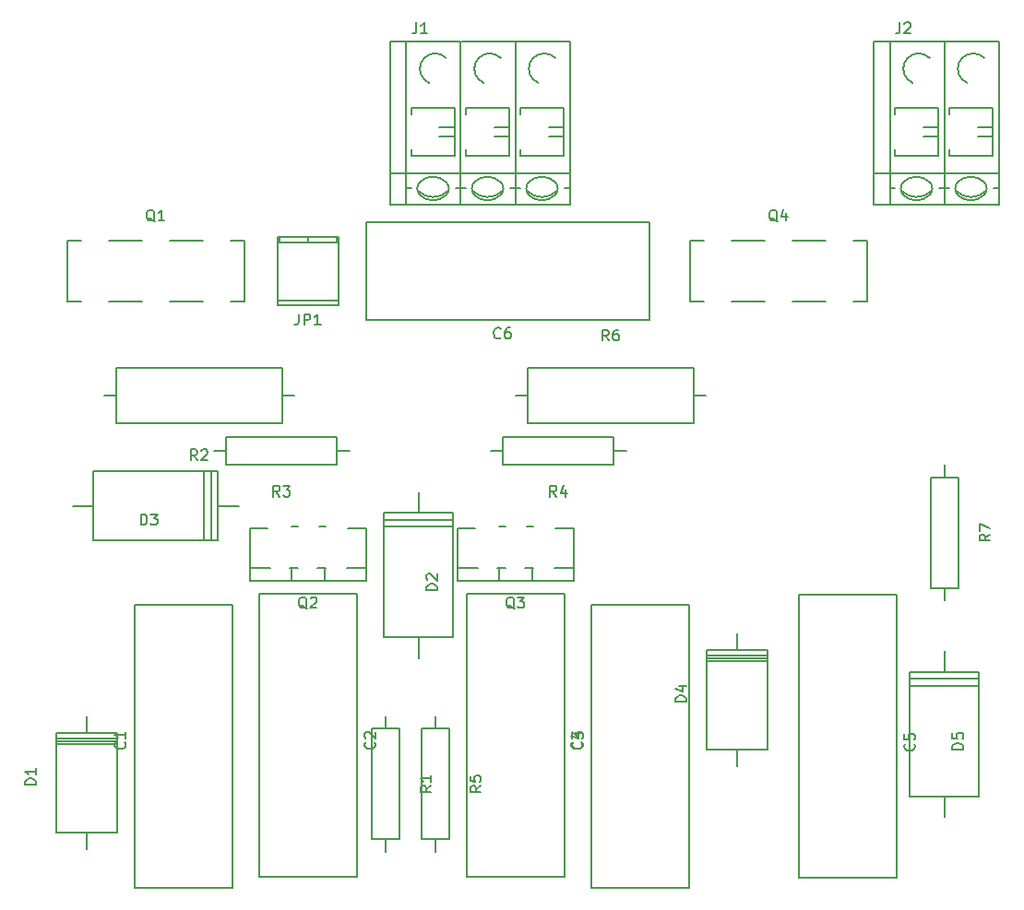
<source format=gbr>
G04 #@! TF.FileFunction,Legend,Top*
%FSLAX46Y46*%
G04 Gerber Fmt 4.6, Leading zero omitted, Abs format (unit mm)*
G04 Created by KiCad (PCBNEW 4.0.5+dfsg1-4) date Sun Apr 16 11:46:51 2017*
%MOMM*%
%LPD*%
G01*
G04 APERTURE LIST*
%ADD10C,0.100000*%
%ADD11C,0.150000*%
G04 APERTURE END LIST*
D10*
D11*
X151820000Y-93110000D02*
X151820000Y-119110000D01*
X151820000Y-119110000D02*
X142820000Y-119110000D01*
X142820000Y-119110000D02*
X142820000Y-93110000D01*
X142820000Y-93110000D02*
X151820000Y-93110000D01*
X173300000Y-120110000D02*
X173300000Y-94110000D01*
X173300000Y-94110000D02*
X182300000Y-94110000D01*
X182300000Y-94110000D02*
X182300000Y-120110000D01*
X182300000Y-120110000D02*
X173300000Y-120110000D01*
X131390000Y-120110000D02*
X131390000Y-94110000D01*
X131390000Y-94110000D02*
X140390000Y-94110000D01*
X140390000Y-94110000D02*
X140390000Y-120110000D01*
X140390000Y-120110000D02*
X131390000Y-120110000D01*
X170870000Y-93110000D02*
X170870000Y-119110000D01*
X170870000Y-119110000D02*
X161870000Y-119110000D01*
X161870000Y-119110000D02*
X161870000Y-93110000D01*
X161870000Y-93110000D02*
X170870000Y-93110000D01*
X127000000Y-115062000D02*
X127000000Y-116586000D01*
X127000000Y-105918000D02*
X127000000Y-104394000D01*
X129794000Y-106934000D02*
X124206000Y-106934000D01*
X129794000Y-106680000D02*
X124206000Y-106680000D01*
X129794000Y-106426000D02*
X124206000Y-106426000D01*
X124206000Y-105918000D02*
X129794000Y-105918000D01*
X129794000Y-105918000D02*
X129794000Y-115062000D01*
X129794000Y-115062000D02*
X124206000Y-115062000D01*
X124206000Y-115062000D02*
X124206000Y-105918000D01*
X201350000Y-93250000D02*
X201350000Y-119250000D01*
X201350000Y-119250000D02*
X192350000Y-119250000D01*
X192350000Y-119250000D02*
X192350000Y-93250000D01*
X192350000Y-93250000D02*
X201350000Y-93250000D01*
X178670000Y-68000000D02*
X152670000Y-68000000D01*
X152670000Y-68000000D02*
X152670000Y-59000000D01*
X152670000Y-59000000D02*
X178670000Y-59000000D01*
X178670000Y-59000000D02*
X178670000Y-68000000D01*
X186690000Y-107442000D02*
X186690000Y-108966000D01*
X186690000Y-98298000D02*
X186690000Y-96774000D01*
X189484000Y-99314000D02*
X183896000Y-99314000D01*
X189484000Y-99060000D02*
X183896000Y-99060000D01*
X189484000Y-98806000D02*
X183896000Y-98806000D01*
X183896000Y-98298000D02*
X189484000Y-98298000D01*
X189484000Y-98298000D02*
X189484000Y-107442000D01*
X189484000Y-107442000D02*
X183896000Y-107442000D01*
X183896000Y-107442000D02*
X183896000Y-98298000D01*
X140208000Y-66294000D02*
X141478000Y-66294000D01*
X134620000Y-66294000D02*
X137668000Y-66294000D01*
X129032000Y-66294000D02*
X132080000Y-66294000D01*
X126492000Y-66294000D02*
X125222000Y-66294000D01*
X140208000Y-60706000D02*
X141478000Y-60706000D01*
X134620000Y-60706000D02*
X137668000Y-60706000D01*
X129032000Y-60706000D02*
X132080000Y-60706000D01*
X126492000Y-60706000D02*
X125222000Y-60706000D01*
X141478000Y-66294000D02*
X141478000Y-60706000D01*
X125222000Y-60706000D02*
X125222000Y-66294000D01*
X141986000Y-90805000D02*
X143891000Y-90805000D01*
X146431000Y-90805000D02*
X145669000Y-90805000D01*
X148844000Y-90805000D02*
X148971000Y-90805000D01*
X148844000Y-90805000D02*
X148209000Y-90805000D01*
X152654000Y-90805000D02*
X150876000Y-90805000D01*
X152654000Y-87122000D02*
X151003000Y-87122000D01*
X148336000Y-86995000D02*
X148971000Y-86995000D01*
X145796000Y-86995000D02*
X146431000Y-86995000D01*
X141986000Y-87122000D02*
X143637000Y-87122000D01*
X148844000Y-91948000D02*
X148844000Y-90805000D01*
X145796000Y-91948000D02*
X145796000Y-90805000D01*
X141986000Y-90805000D02*
X141986000Y-87122000D01*
X152654000Y-87122000D02*
X152654000Y-90805000D01*
X141986000Y-91948000D02*
X141986000Y-90805000D01*
X152654000Y-90805000D02*
X152654000Y-91948000D01*
X147320000Y-91948000D02*
X152654000Y-91948000D01*
X147320000Y-91948000D02*
X141986000Y-91948000D01*
X161036000Y-90805000D02*
X162941000Y-90805000D01*
X165481000Y-90805000D02*
X164719000Y-90805000D01*
X167894000Y-90805000D02*
X168021000Y-90805000D01*
X167894000Y-90805000D02*
X167259000Y-90805000D01*
X171704000Y-90805000D02*
X169926000Y-90805000D01*
X171704000Y-87122000D02*
X170053000Y-87122000D01*
X167386000Y-86995000D02*
X168021000Y-86995000D01*
X164846000Y-86995000D02*
X165481000Y-86995000D01*
X161036000Y-87122000D02*
X162687000Y-87122000D01*
X167894000Y-91948000D02*
X167894000Y-90805000D01*
X164846000Y-91948000D02*
X164846000Y-90805000D01*
X161036000Y-90805000D02*
X161036000Y-87122000D01*
X171704000Y-87122000D02*
X171704000Y-90805000D01*
X161036000Y-91948000D02*
X161036000Y-90805000D01*
X171704000Y-90805000D02*
X171704000Y-91948000D01*
X166370000Y-91948000D02*
X171704000Y-91948000D01*
X166370000Y-91948000D02*
X161036000Y-91948000D01*
X155702000Y-105530000D02*
X153162000Y-105530000D01*
X153162000Y-105530000D02*
X153162000Y-115690000D01*
X153162000Y-115690000D02*
X155702000Y-115690000D01*
X155702000Y-115690000D02*
X155702000Y-105530000D01*
X154432000Y-116840000D02*
X154432000Y-115690000D01*
X154432000Y-104380000D02*
X154432000Y-105530000D01*
X144940000Y-77470000D02*
X144940000Y-72390000D01*
X144940000Y-72390000D02*
X129700000Y-72390000D01*
X129700000Y-72390000D02*
X129700000Y-74930000D01*
X129700000Y-74930000D02*
X129700000Y-77470000D01*
X129700000Y-77470000D02*
X144940000Y-77470000D01*
X128590000Y-74930000D02*
X129700000Y-74930000D01*
X146050000Y-74930000D02*
X144940000Y-74930000D01*
X149980000Y-81280000D02*
X149980000Y-78740000D01*
X149980000Y-78740000D02*
X139820000Y-78740000D01*
X139820000Y-78740000D02*
X139820000Y-81280000D01*
X139820000Y-81280000D02*
X149980000Y-81280000D01*
X138670000Y-80010000D02*
X139820000Y-80010000D01*
X151130000Y-80010000D02*
X149980000Y-80010000D01*
X175380000Y-81280000D02*
X175380000Y-78740000D01*
X175380000Y-78740000D02*
X165220000Y-78740000D01*
X165220000Y-78740000D02*
X165220000Y-81280000D01*
X165220000Y-81280000D02*
X175380000Y-81280000D01*
X164070000Y-80010000D02*
X165220000Y-80010000D01*
X176530000Y-80010000D02*
X175380000Y-80010000D01*
X160274000Y-105530000D02*
X157734000Y-105530000D01*
X157734000Y-105530000D02*
X157734000Y-115690000D01*
X157734000Y-115690000D02*
X160274000Y-115690000D01*
X160274000Y-115690000D02*
X160274000Y-105530000D01*
X159004000Y-116840000D02*
X159004000Y-115690000D01*
X159004000Y-104380000D02*
X159004000Y-105530000D01*
X167480000Y-72390000D02*
X167480000Y-77470000D01*
X167480000Y-77470000D02*
X182720000Y-77470000D01*
X182720000Y-77470000D02*
X182720000Y-74930000D01*
X182720000Y-74930000D02*
X182720000Y-72390000D01*
X182720000Y-72390000D02*
X167480000Y-72390000D01*
X183830000Y-74930000D02*
X182720000Y-74930000D01*
X166370000Y-74930000D02*
X167480000Y-74930000D01*
X207010000Y-82430000D02*
X204470000Y-82430000D01*
X204470000Y-82430000D02*
X204470000Y-92590000D01*
X204470000Y-92590000D02*
X207010000Y-92590000D01*
X207010000Y-92590000D02*
X207010000Y-82430000D01*
X205740000Y-93740000D02*
X205740000Y-92590000D01*
X205740000Y-81280000D02*
X205740000Y-82430000D01*
X197358000Y-66294000D02*
X198628000Y-66294000D01*
X191770000Y-66294000D02*
X194818000Y-66294000D01*
X186182000Y-66294000D02*
X189230000Y-66294000D01*
X183642000Y-66294000D02*
X182372000Y-66294000D01*
X197358000Y-60706000D02*
X198628000Y-60706000D01*
X191770000Y-60706000D02*
X194818000Y-60706000D01*
X186182000Y-60706000D02*
X189230000Y-60706000D01*
X183642000Y-60706000D02*
X182372000Y-60706000D01*
X198628000Y-66294000D02*
X198628000Y-60706000D01*
X182372000Y-60706000D02*
X182372000Y-66294000D01*
X167702240Y-44373800D02*
G75*
G03X168451540Y-46220380I1297940J-548640D01*
G01*
X167399980Y-56123840D02*
G75*
G03X170201600Y-56121300I1399540J1402080D01*
G01*
X170000940Y-56522620D02*
G75*
G03X170003480Y-55321200I-599440J601980D01*
G01*
X167600640Y-55321200D02*
G75*
G03X167600640Y-56520080I599440J-599440D01*
G01*
X167600640Y-56522620D02*
G75*
G03X170000940Y-56520080I1198880J1201420D01*
G01*
X169998400Y-55323740D02*
G75*
G03X167600640Y-55323740I-1198880J-1198880D01*
G01*
X168001960Y-43921680D02*
G75*
G03X167999420Y-45920660I998220J-1000760D01*
G01*
X170000940Y-43921680D02*
G75*
G03X167999420Y-43921680I-1000760J-1000760D01*
G01*
X170801040Y-51120040D02*
X169401500Y-51120040D01*
X170801040Y-50322480D02*
X169401500Y-50322480D01*
X166800540Y-48521620D02*
X166800540Y-49121060D01*
X166800540Y-48521620D02*
X170801040Y-48521620D01*
X170801040Y-48521620D02*
X170801040Y-52920900D01*
X170801040Y-52920900D02*
X166800540Y-52920900D01*
X166800540Y-52920900D02*
X166800540Y-52321460D01*
X171349680Y-55920640D02*
X170851840Y-55920640D01*
X166350960Y-55920640D02*
X166851340Y-55920640D01*
X171349680Y-42420540D02*
X171349680Y-57421780D01*
X171349680Y-57421780D02*
X166350960Y-57421780D01*
X171349680Y-42420540D02*
X166350960Y-42420540D01*
X166350640Y-54521260D02*
X171350640Y-54521260D01*
X161350640Y-54521260D02*
X166350640Y-54521260D01*
X166349680Y-42420540D02*
X161350960Y-42420540D01*
X166349680Y-57421780D02*
X161350960Y-57421780D01*
X166349680Y-42420540D02*
X166349680Y-57421780D01*
X161350960Y-55920640D02*
X161851340Y-55920640D01*
X166349680Y-55920640D02*
X165851840Y-55920640D01*
X161800540Y-52920900D02*
X161800540Y-52321460D01*
X165801040Y-52920900D02*
X161800540Y-52920900D01*
X165801040Y-48521620D02*
X165801040Y-52920900D01*
X161800540Y-48521620D02*
X165801040Y-48521620D01*
X161800540Y-48521620D02*
X161800540Y-49121060D01*
X165801040Y-50322480D02*
X164401500Y-50322480D01*
X165801040Y-51120040D02*
X164401500Y-51120040D01*
X165000940Y-43921680D02*
G75*
G03X162999420Y-43921680I-1000760J-1000760D01*
G01*
X163001960Y-43921680D02*
G75*
G03X162999420Y-45920660I998220J-1000760D01*
G01*
X164998400Y-55323740D02*
G75*
G03X162600640Y-55323740I-1198880J-1198880D01*
G01*
X162600640Y-56522620D02*
G75*
G03X165000940Y-56520080I1198880J1201420D01*
G01*
X162600640Y-55321200D02*
G75*
G03X162600640Y-56520080I599440J-599440D01*
G01*
X165000940Y-56522620D02*
G75*
G03X165003480Y-55321200I-599440J601980D01*
G01*
X162399980Y-56123840D02*
G75*
G03X165201600Y-56121300I1399540J1402080D01*
G01*
X162702240Y-44373800D02*
G75*
G03X163451540Y-46220380I1297940J-548640D01*
G01*
X161350640Y-54521260D02*
X154850640Y-54521260D01*
X156350640Y-57421260D02*
X154850640Y-57421260D01*
X154850640Y-57421260D02*
X154850640Y-42421260D01*
X154850640Y-42421260D02*
X156350640Y-42421260D01*
X157702240Y-44373800D02*
G75*
G03X158451540Y-46220380I1297940J-548640D01*
G01*
X157399980Y-56123840D02*
G75*
G03X160201600Y-56121300I1399540J1402080D01*
G01*
X160000940Y-56522620D02*
G75*
G03X160003480Y-55321200I-599440J601980D01*
G01*
X157600640Y-55321200D02*
G75*
G03X157600640Y-56520080I599440J-599440D01*
G01*
X157600640Y-56522620D02*
G75*
G03X160000940Y-56520080I1198880J1201420D01*
G01*
X159998400Y-55323740D02*
G75*
G03X157600640Y-55323740I-1198880J-1198880D01*
G01*
X158001960Y-43921680D02*
G75*
G03X157999420Y-45920660I998220J-1000760D01*
G01*
X160000940Y-43921680D02*
G75*
G03X157999420Y-43921680I-1000760J-1000760D01*
G01*
X160801040Y-51120040D02*
X159401500Y-51120040D01*
X160801040Y-50322480D02*
X159401500Y-50322480D01*
X156800540Y-48521620D02*
X156800540Y-49121060D01*
X156800540Y-48521620D02*
X160801040Y-48521620D01*
X160801040Y-48521620D02*
X160801040Y-52920900D01*
X160801040Y-52920900D02*
X156800540Y-52920900D01*
X156800540Y-52920900D02*
X156800540Y-52321460D01*
X161349680Y-55920640D02*
X160851840Y-55920640D01*
X156350960Y-55920640D02*
X156851340Y-55920640D01*
X161349680Y-42420540D02*
X161349680Y-57421780D01*
X161349680Y-57421780D02*
X156350960Y-57421780D01*
X156350960Y-57421780D02*
X156350960Y-42420540D01*
X161349680Y-42420540D02*
X156350960Y-42420540D01*
X205720640Y-54521260D02*
X210720640Y-54521260D01*
X210719680Y-42420540D02*
X205720960Y-42420540D01*
X210719680Y-57421780D02*
X205720960Y-57421780D01*
X210719680Y-42420540D02*
X210719680Y-57421780D01*
X205720960Y-55920640D02*
X206221340Y-55920640D01*
X210719680Y-55920640D02*
X210221840Y-55920640D01*
X206170540Y-52920900D02*
X206170540Y-52321460D01*
X210171040Y-52920900D02*
X206170540Y-52920900D01*
X210171040Y-48521620D02*
X210171040Y-52920900D01*
X206170540Y-48521620D02*
X210171040Y-48521620D01*
X206170540Y-48521620D02*
X206170540Y-49121060D01*
X210171040Y-50322480D02*
X208771500Y-50322480D01*
X210171040Y-51120040D02*
X208771500Y-51120040D01*
X209370940Y-43921680D02*
G75*
G03X207369420Y-43921680I-1000760J-1000760D01*
G01*
X207371960Y-43921680D02*
G75*
G03X207369420Y-45920660I998220J-1000760D01*
G01*
X209368400Y-55323740D02*
G75*
G03X206970640Y-55323740I-1198880J-1198880D01*
G01*
X206970640Y-56522620D02*
G75*
G03X209370940Y-56520080I1198880J1201420D01*
G01*
X206970640Y-55321200D02*
G75*
G03X206970640Y-56520080I599440J-599440D01*
G01*
X209370940Y-56522620D02*
G75*
G03X209373480Y-55321200I-599440J601980D01*
G01*
X206769980Y-56123840D02*
G75*
G03X209571600Y-56121300I1399540J1402080D01*
G01*
X207072240Y-44373800D02*
G75*
G03X207821540Y-46220380I1297940J-548640D01*
G01*
X205720640Y-54521260D02*
X199220640Y-54521260D01*
X200720640Y-57421260D02*
X199220640Y-57421260D01*
X199220640Y-57421260D02*
X199220640Y-42421260D01*
X199220640Y-42421260D02*
X200720640Y-42421260D01*
X202072240Y-44373800D02*
G75*
G03X202821540Y-46220380I1297940J-548640D01*
G01*
X201769980Y-56123840D02*
G75*
G03X204571600Y-56121300I1399540J1402080D01*
G01*
X204370940Y-56522620D02*
G75*
G03X204373480Y-55321200I-599440J601980D01*
G01*
X201970640Y-55321200D02*
G75*
G03X201970640Y-56520080I599440J-599440D01*
G01*
X201970640Y-56522620D02*
G75*
G03X204370940Y-56520080I1198880J1201420D01*
G01*
X204368400Y-55323740D02*
G75*
G03X201970640Y-55323740I-1198880J-1198880D01*
G01*
X202371960Y-43921680D02*
G75*
G03X202369420Y-45920660I998220J-1000760D01*
G01*
X204370940Y-43921680D02*
G75*
G03X202369420Y-43921680I-1000760J-1000760D01*
G01*
X205171040Y-51120040D02*
X203771500Y-51120040D01*
X205171040Y-50322480D02*
X203771500Y-50322480D01*
X201170540Y-48521620D02*
X201170540Y-49121060D01*
X201170540Y-48521620D02*
X205171040Y-48521620D01*
X205171040Y-48521620D02*
X205171040Y-52920900D01*
X205171040Y-52920900D02*
X201170540Y-52920900D01*
X201170540Y-52920900D02*
X201170540Y-52321460D01*
X205719680Y-55920640D02*
X205221840Y-55920640D01*
X200720960Y-55920640D02*
X201221340Y-55920640D01*
X205719680Y-42420540D02*
X205719680Y-57421780D01*
X205719680Y-57421780D02*
X200720960Y-57421780D01*
X200720960Y-57421780D02*
X200720960Y-42420540D01*
X205719680Y-42420540D02*
X200720960Y-42420540D01*
X144520920Y-60899040D02*
X150119080Y-60899040D01*
X149920960Y-60401200D02*
X149920960Y-60899040D01*
X144719040Y-60899040D02*
X144719040Y-60401200D01*
X147320000Y-60401200D02*
X147320000Y-60899040D01*
X150119080Y-66200020D02*
X144520920Y-66200020D01*
X150119080Y-60401200D02*
X144520920Y-60401200D01*
X144520920Y-60401200D02*
X144520920Y-66598800D01*
X144520920Y-66598800D02*
X150119080Y-66598800D01*
X150119080Y-66598800D02*
X150119080Y-60401200D01*
X154305000Y-97155000D02*
X160655000Y-97155000D01*
X160655000Y-97155000D02*
X160655000Y-85725000D01*
X160655000Y-85725000D02*
X154305000Y-85725000D01*
X154305000Y-85725000D02*
X154305000Y-97155000D01*
X154305000Y-86360000D02*
X160655000Y-86360000D01*
X160655000Y-86995000D02*
X154305000Y-86995000D01*
X157480000Y-85725000D02*
X157480000Y-83820000D01*
X157480000Y-97155000D02*
X157480000Y-99060000D01*
X127635000Y-81915000D02*
X127635000Y-88265000D01*
X127635000Y-88265000D02*
X139065000Y-88265000D01*
X139065000Y-88265000D02*
X139065000Y-81915000D01*
X139065000Y-81915000D02*
X127635000Y-81915000D01*
X138430000Y-81915000D02*
X138430000Y-88265000D01*
X137795000Y-88265000D02*
X137795000Y-81915000D01*
X139065000Y-85090000D02*
X140970000Y-85090000D01*
X127635000Y-85090000D02*
X125730000Y-85090000D01*
X202565000Y-111760000D02*
X208915000Y-111760000D01*
X208915000Y-111760000D02*
X208915000Y-100330000D01*
X208915000Y-100330000D02*
X202565000Y-100330000D01*
X202565000Y-100330000D02*
X202565000Y-111760000D01*
X202565000Y-100965000D02*
X208915000Y-100965000D01*
X208915000Y-101600000D02*
X202565000Y-101600000D01*
X205740000Y-100330000D02*
X205740000Y-98425000D01*
X205740000Y-111760000D02*
X205740000Y-113665000D01*
X153427143Y-106776666D02*
X153474762Y-106824285D01*
X153522381Y-106967142D01*
X153522381Y-107062380D01*
X153474762Y-107205238D01*
X153379524Y-107300476D01*
X153284286Y-107348095D01*
X153093810Y-107395714D01*
X152950952Y-107395714D01*
X152760476Y-107348095D01*
X152665238Y-107300476D01*
X152570000Y-107205238D01*
X152522381Y-107062380D01*
X152522381Y-106967142D01*
X152570000Y-106824285D01*
X152617619Y-106776666D01*
X152617619Y-106395714D02*
X152570000Y-106348095D01*
X152522381Y-106252857D01*
X152522381Y-106014761D01*
X152570000Y-105919523D01*
X152617619Y-105871904D01*
X152712857Y-105824285D01*
X152808095Y-105824285D01*
X152950952Y-105871904D01*
X153522381Y-106443333D01*
X153522381Y-105824285D01*
X172407143Y-106776666D02*
X172454762Y-106824285D01*
X172502381Y-106967142D01*
X172502381Y-107062380D01*
X172454762Y-107205238D01*
X172359524Y-107300476D01*
X172264286Y-107348095D01*
X172073810Y-107395714D01*
X171930952Y-107395714D01*
X171740476Y-107348095D01*
X171645238Y-107300476D01*
X171550000Y-107205238D01*
X171502381Y-107062380D01*
X171502381Y-106967142D01*
X171550000Y-106824285D01*
X171597619Y-106776666D01*
X171835714Y-105919523D02*
X172502381Y-105919523D01*
X171454762Y-106157619D02*
X172169048Y-106395714D01*
X172169048Y-105776666D01*
X130497143Y-106776666D02*
X130544762Y-106824285D01*
X130592381Y-106967142D01*
X130592381Y-107062380D01*
X130544762Y-107205238D01*
X130449524Y-107300476D01*
X130354286Y-107348095D01*
X130163810Y-107395714D01*
X130020952Y-107395714D01*
X129830476Y-107348095D01*
X129735238Y-107300476D01*
X129640000Y-107205238D01*
X129592381Y-107062380D01*
X129592381Y-106967142D01*
X129640000Y-106824285D01*
X129687619Y-106776666D01*
X130592381Y-105824285D02*
X130592381Y-106395714D01*
X130592381Y-106110000D02*
X129592381Y-106110000D01*
X129735238Y-106205238D01*
X129830476Y-106300476D01*
X129878095Y-106395714D01*
X172477143Y-106776666D02*
X172524762Y-106824285D01*
X172572381Y-106967142D01*
X172572381Y-107062380D01*
X172524762Y-107205238D01*
X172429524Y-107300476D01*
X172334286Y-107348095D01*
X172143810Y-107395714D01*
X172000952Y-107395714D01*
X171810476Y-107348095D01*
X171715238Y-107300476D01*
X171620000Y-107205238D01*
X171572381Y-107062380D01*
X171572381Y-106967142D01*
X171620000Y-106824285D01*
X171667619Y-106776666D01*
X171572381Y-106443333D02*
X171572381Y-105824285D01*
X171953333Y-106157619D01*
X171953333Y-106014761D01*
X172000952Y-105919523D01*
X172048571Y-105871904D01*
X172143810Y-105824285D01*
X172381905Y-105824285D01*
X172477143Y-105871904D01*
X172524762Y-105919523D01*
X172572381Y-106014761D01*
X172572381Y-106300476D01*
X172524762Y-106395714D01*
X172477143Y-106443333D01*
X122372381Y-110674095D02*
X121372381Y-110674095D01*
X121372381Y-110436000D01*
X121420000Y-110293142D01*
X121515238Y-110197904D01*
X121610476Y-110150285D01*
X121800952Y-110102666D01*
X121943810Y-110102666D01*
X122134286Y-110150285D01*
X122229524Y-110197904D01*
X122324762Y-110293142D01*
X122372381Y-110436000D01*
X122372381Y-110674095D01*
X122372381Y-109150285D02*
X122372381Y-109721714D01*
X122372381Y-109436000D02*
X121372381Y-109436000D01*
X121515238Y-109531238D01*
X121610476Y-109626476D01*
X121658095Y-109721714D01*
X202957143Y-106916666D02*
X203004762Y-106964285D01*
X203052381Y-107107142D01*
X203052381Y-107202380D01*
X203004762Y-107345238D01*
X202909524Y-107440476D01*
X202814286Y-107488095D01*
X202623810Y-107535714D01*
X202480952Y-107535714D01*
X202290476Y-107488095D01*
X202195238Y-107440476D01*
X202100000Y-107345238D01*
X202052381Y-107202380D01*
X202052381Y-107107142D01*
X202100000Y-106964285D01*
X202147619Y-106916666D01*
X202052381Y-106011904D02*
X202052381Y-106488095D01*
X202528571Y-106535714D01*
X202480952Y-106488095D01*
X202433333Y-106392857D01*
X202433333Y-106154761D01*
X202480952Y-106059523D01*
X202528571Y-106011904D01*
X202623810Y-105964285D01*
X202861905Y-105964285D01*
X202957143Y-106011904D01*
X203004762Y-106059523D01*
X203052381Y-106154761D01*
X203052381Y-106392857D01*
X203004762Y-106488095D01*
X202957143Y-106535714D01*
X165003334Y-69607143D02*
X164955715Y-69654762D01*
X164812858Y-69702381D01*
X164717620Y-69702381D01*
X164574762Y-69654762D01*
X164479524Y-69559524D01*
X164431905Y-69464286D01*
X164384286Y-69273810D01*
X164384286Y-69130952D01*
X164431905Y-68940476D01*
X164479524Y-68845238D01*
X164574762Y-68750000D01*
X164717620Y-68702381D01*
X164812858Y-68702381D01*
X164955715Y-68750000D01*
X165003334Y-68797619D01*
X165860477Y-68702381D02*
X165670000Y-68702381D01*
X165574762Y-68750000D01*
X165527143Y-68797619D01*
X165431905Y-68940476D01*
X165384286Y-69130952D01*
X165384286Y-69511905D01*
X165431905Y-69607143D01*
X165479524Y-69654762D01*
X165574762Y-69702381D01*
X165765239Y-69702381D01*
X165860477Y-69654762D01*
X165908096Y-69607143D01*
X165955715Y-69511905D01*
X165955715Y-69273810D01*
X165908096Y-69178571D01*
X165860477Y-69130952D01*
X165765239Y-69083333D01*
X165574762Y-69083333D01*
X165479524Y-69130952D01*
X165431905Y-69178571D01*
X165384286Y-69273810D01*
X182062381Y-103054095D02*
X181062381Y-103054095D01*
X181062381Y-102816000D01*
X181110000Y-102673142D01*
X181205238Y-102577904D01*
X181300476Y-102530285D01*
X181490952Y-102482666D01*
X181633810Y-102482666D01*
X181824286Y-102530285D01*
X181919524Y-102577904D01*
X182014762Y-102673142D01*
X182062381Y-102816000D01*
X182062381Y-103054095D01*
X181395714Y-101625523D02*
X182062381Y-101625523D01*
X181014762Y-101863619D02*
X181729048Y-102101714D01*
X181729048Y-101482666D01*
X133254762Y-58967619D02*
X133159524Y-58920000D01*
X133064286Y-58824762D01*
X132921429Y-58681905D01*
X132826190Y-58634286D01*
X132730952Y-58634286D01*
X132778571Y-58872381D02*
X132683333Y-58824762D01*
X132588095Y-58729524D01*
X132540476Y-58539048D01*
X132540476Y-58205714D01*
X132588095Y-58015238D01*
X132683333Y-57920000D01*
X132778571Y-57872381D01*
X132969048Y-57872381D01*
X133064286Y-57920000D01*
X133159524Y-58015238D01*
X133207143Y-58205714D01*
X133207143Y-58539048D01*
X133159524Y-58729524D01*
X133064286Y-58824762D01*
X132969048Y-58872381D01*
X132778571Y-58872381D01*
X134159524Y-58872381D02*
X133588095Y-58872381D01*
X133873809Y-58872381D02*
X133873809Y-57872381D01*
X133778571Y-58015238D01*
X133683333Y-58110476D01*
X133588095Y-58158095D01*
X147224762Y-94527619D02*
X147129524Y-94480000D01*
X147034286Y-94384762D01*
X146891429Y-94241905D01*
X146796190Y-94194286D01*
X146700952Y-94194286D01*
X146748571Y-94432381D02*
X146653333Y-94384762D01*
X146558095Y-94289524D01*
X146510476Y-94099048D01*
X146510476Y-93765714D01*
X146558095Y-93575238D01*
X146653333Y-93480000D01*
X146748571Y-93432381D01*
X146939048Y-93432381D01*
X147034286Y-93480000D01*
X147129524Y-93575238D01*
X147177143Y-93765714D01*
X147177143Y-94099048D01*
X147129524Y-94289524D01*
X147034286Y-94384762D01*
X146939048Y-94432381D01*
X146748571Y-94432381D01*
X147558095Y-93527619D02*
X147605714Y-93480000D01*
X147700952Y-93432381D01*
X147939048Y-93432381D01*
X148034286Y-93480000D01*
X148081905Y-93527619D01*
X148129524Y-93622857D01*
X148129524Y-93718095D01*
X148081905Y-93860952D01*
X147510476Y-94432381D01*
X148129524Y-94432381D01*
X166274762Y-94527619D02*
X166179524Y-94480000D01*
X166084286Y-94384762D01*
X165941429Y-94241905D01*
X165846190Y-94194286D01*
X165750952Y-94194286D01*
X165798571Y-94432381D02*
X165703333Y-94384762D01*
X165608095Y-94289524D01*
X165560476Y-94099048D01*
X165560476Y-93765714D01*
X165608095Y-93575238D01*
X165703333Y-93480000D01*
X165798571Y-93432381D01*
X165989048Y-93432381D01*
X166084286Y-93480000D01*
X166179524Y-93575238D01*
X166227143Y-93765714D01*
X166227143Y-94099048D01*
X166179524Y-94289524D01*
X166084286Y-94384762D01*
X165989048Y-94432381D01*
X165798571Y-94432381D01*
X166560476Y-93432381D02*
X167179524Y-93432381D01*
X166846190Y-93813333D01*
X166989048Y-93813333D01*
X167084286Y-93860952D01*
X167131905Y-93908571D01*
X167179524Y-94003810D01*
X167179524Y-94241905D01*
X167131905Y-94337143D01*
X167084286Y-94384762D01*
X166989048Y-94432381D01*
X166703333Y-94432381D01*
X166608095Y-94384762D01*
X166560476Y-94337143D01*
X158633421Y-110776666D02*
X158157230Y-111110000D01*
X158633421Y-111348095D02*
X157633421Y-111348095D01*
X157633421Y-110967142D01*
X157681040Y-110871904D01*
X157728659Y-110824285D01*
X157823897Y-110776666D01*
X157966754Y-110776666D01*
X158061992Y-110824285D01*
X158109611Y-110871904D01*
X158157230Y-110967142D01*
X158157230Y-111348095D01*
X158633421Y-109824285D02*
X158633421Y-110395714D01*
X158633421Y-110110000D02*
X157633421Y-110110000D01*
X157776278Y-110205238D01*
X157871516Y-110300476D01*
X157919135Y-110395714D01*
X137153334Y-80881481D02*
X136820000Y-80405290D01*
X136581905Y-80881481D02*
X136581905Y-79881481D01*
X136962858Y-79881481D01*
X137058096Y-79929100D01*
X137105715Y-79976719D01*
X137153334Y-80071957D01*
X137153334Y-80214814D01*
X137105715Y-80310052D01*
X137058096Y-80357671D01*
X136962858Y-80405290D01*
X136581905Y-80405290D01*
X137534286Y-79976719D02*
X137581905Y-79929100D01*
X137677143Y-79881481D01*
X137915239Y-79881481D01*
X138010477Y-79929100D01*
X138058096Y-79976719D01*
X138105715Y-80071957D01*
X138105715Y-80167195D01*
X138058096Y-80310052D01*
X137486667Y-80881481D01*
X138105715Y-80881481D01*
X144733334Y-84211421D02*
X144400000Y-83735230D01*
X144161905Y-84211421D02*
X144161905Y-83211421D01*
X144542858Y-83211421D01*
X144638096Y-83259040D01*
X144685715Y-83306659D01*
X144733334Y-83401897D01*
X144733334Y-83544754D01*
X144685715Y-83639992D01*
X144638096Y-83687611D01*
X144542858Y-83735230D01*
X144161905Y-83735230D01*
X145066667Y-83211421D02*
X145685715Y-83211421D01*
X145352381Y-83592373D01*
X145495239Y-83592373D01*
X145590477Y-83639992D01*
X145638096Y-83687611D01*
X145685715Y-83782850D01*
X145685715Y-84020945D01*
X145638096Y-84116183D01*
X145590477Y-84163802D01*
X145495239Y-84211421D01*
X145209524Y-84211421D01*
X145114286Y-84163802D01*
X145066667Y-84116183D01*
X170133334Y-84211421D02*
X169800000Y-83735230D01*
X169561905Y-84211421D02*
X169561905Y-83211421D01*
X169942858Y-83211421D01*
X170038096Y-83259040D01*
X170085715Y-83306659D01*
X170133334Y-83401897D01*
X170133334Y-83544754D01*
X170085715Y-83639992D01*
X170038096Y-83687611D01*
X169942858Y-83735230D01*
X169561905Y-83735230D01*
X170990477Y-83544754D02*
X170990477Y-84211421D01*
X170752381Y-83163802D02*
X170514286Y-83878088D01*
X171133334Y-83878088D01*
X163205421Y-110776666D02*
X162729230Y-111110000D01*
X163205421Y-111348095D02*
X162205421Y-111348095D01*
X162205421Y-110967142D01*
X162253040Y-110871904D01*
X162300659Y-110824285D01*
X162395897Y-110776666D01*
X162538754Y-110776666D01*
X162633992Y-110824285D01*
X162681611Y-110871904D01*
X162729230Y-110967142D01*
X162729230Y-111348095D01*
X162205421Y-109871904D02*
X162205421Y-110348095D01*
X162681611Y-110395714D01*
X162633992Y-110348095D01*
X162586373Y-110252857D01*
X162586373Y-110014761D01*
X162633992Y-109919523D01*
X162681611Y-109871904D01*
X162776850Y-109824285D01*
X163014945Y-109824285D01*
X163110183Y-109871904D01*
X163157802Y-109919523D01*
X163205421Y-110014761D01*
X163205421Y-110252857D01*
X163157802Y-110348095D01*
X163110183Y-110395714D01*
X174933334Y-69883281D02*
X174600000Y-69407090D01*
X174361905Y-69883281D02*
X174361905Y-68883281D01*
X174742858Y-68883281D01*
X174838096Y-68930900D01*
X174885715Y-68978519D01*
X174933334Y-69073757D01*
X174933334Y-69216614D01*
X174885715Y-69311852D01*
X174838096Y-69359471D01*
X174742858Y-69407090D01*
X174361905Y-69407090D01*
X175790477Y-68883281D02*
X175600000Y-68883281D01*
X175504762Y-68930900D01*
X175457143Y-68978519D01*
X175361905Y-69121376D01*
X175314286Y-69311852D01*
X175314286Y-69692805D01*
X175361905Y-69788043D01*
X175409524Y-69835662D01*
X175504762Y-69883281D01*
X175695239Y-69883281D01*
X175790477Y-69835662D01*
X175838096Y-69788043D01*
X175885715Y-69692805D01*
X175885715Y-69454710D01*
X175838096Y-69359471D01*
X175790477Y-69311852D01*
X175695239Y-69264233D01*
X175504762Y-69264233D01*
X175409524Y-69311852D01*
X175361905Y-69359471D01*
X175314286Y-69454710D01*
X209941421Y-87676666D02*
X209465230Y-88010000D01*
X209941421Y-88248095D02*
X208941421Y-88248095D01*
X208941421Y-87867142D01*
X208989040Y-87771904D01*
X209036659Y-87724285D01*
X209131897Y-87676666D01*
X209274754Y-87676666D01*
X209369992Y-87724285D01*
X209417611Y-87771904D01*
X209465230Y-87867142D01*
X209465230Y-88248095D01*
X208941421Y-87343333D02*
X208941421Y-86676666D01*
X209941421Y-87105238D01*
X190404762Y-58967619D02*
X190309524Y-58920000D01*
X190214286Y-58824762D01*
X190071429Y-58681905D01*
X189976190Y-58634286D01*
X189880952Y-58634286D01*
X189928571Y-58872381D02*
X189833333Y-58824762D01*
X189738095Y-58729524D01*
X189690476Y-58539048D01*
X189690476Y-58205714D01*
X189738095Y-58015238D01*
X189833333Y-57920000D01*
X189928571Y-57872381D01*
X190119048Y-57872381D01*
X190214286Y-57920000D01*
X190309524Y-58015238D01*
X190357143Y-58205714D01*
X190357143Y-58539048D01*
X190309524Y-58729524D01*
X190214286Y-58824762D01*
X190119048Y-58872381D01*
X189928571Y-58872381D01*
X191214286Y-58205714D02*
X191214286Y-58872381D01*
X190976190Y-57824762D02*
X190738095Y-58539048D01*
X191357143Y-58539048D01*
X157267307Y-40673641D02*
X157267307Y-41387927D01*
X157219687Y-41530784D01*
X157124449Y-41626022D01*
X156981592Y-41673641D01*
X156886354Y-41673641D01*
X158267307Y-41673641D02*
X157695878Y-41673641D01*
X157981592Y-41673641D02*
X157981592Y-40673641D01*
X157886354Y-40816498D01*
X157791116Y-40911736D01*
X157695878Y-40959355D01*
X201637307Y-40673641D02*
X201637307Y-41387927D01*
X201589687Y-41530784D01*
X201494449Y-41626022D01*
X201351592Y-41673641D01*
X201256354Y-41673641D01*
X202065878Y-40768879D02*
X202113497Y-40721260D01*
X202208735Y-40673641D01*
X202446831Y-40673641D01*
X202542069Y-40721260D01*
X202589688Y-40768879D01*
X202637307Y-40864117D01*
X202637307Y-40959355D01*
X202589688Y-41102212D01*
X202018259Y-41673641D01*
X202637307Y-41673641D01*
X146486667Y-67453261D02*
X146486667Y-68167547D01*
X146439047Y-68310404D01*
X146343809Y-68405642D01*
X146200952Y-68453261D01*
X146105714Y-68453261D01*
X146962857Y-68453261D02*
X146962857Y-67453261D01*
X147343810Y-67453261D01*
X147439048Y-67500880D01*
X147486667Y-67548499D01*
X147534286Y-67643737D01*
X147534286Y-67786594D01*
X147486667Y-67881832D01*
X147439048Y-67929451D01*
X147343810Y-67977070D01*
X146962857Y-67977070D01*
X148486667Y-68453261D02*
X147915238Y-68453261D01*
X148200952Y-68453261D02*
X148200952Y-67453261D01*
X148105714Y-67596118D01*
X148010476Y-67691356D01*
X147915238Y-67738975D01*
X159202381Y-92813095D02*
X158202381Y-92813095D01*
X158202381Y-92575000D01*
X158250000Y-92432142D01*
X158345238Y-92336904D01*
X158440476Y-92289285D01*
X158630952Y-92241666D01*
X158773810Y-92241666D01*
X158964286Y-92289285D01*
X159059524Y-92336904D01*
X159154762Y-92432142D01*
X159202381Y-92575000D01*
X159202381Y-92813095D01*
X158297619Y-91860714D02*
X158250000Y-91813095D01*
X158202381Y-91717857D01*
X158202381Y-91479761D01*
X158250000Y-91384523D01*
X158297619Y-91336904D01*
X158392857Y-91289285D01*
X158488095Y-91289285D01*
X158630952Y-91336904D01*
X159202381Y-91908333D01*
X159202381Y-91289285D01*
X131976905Y-86812381D02*
X131976905Y-85812381D01*
X132215000Y-85812381D01*
X132357858Y-85860000D01*
X132453096Y-85955238D01*
X132500715Y-86050476D01*
X132548334Y-86240952D01*
X132548334Y-86383810D01*
X132500715Y-86574286D01*
X132453096Y-86669524D01*
X132357858Y-86764762D01*
X132215000Y-86812381D01*
X131976905Y-86812381D01*
X132881667Y-85812381D02*
X133500715Y-85812381D01*
X133167381Y-86193333D01*
X133310239Y-86193333D01*
X133405477Y-86240952D01*
X133453096Y-86288571D01*
X133500715Y-86383810D01*
X133500715Y-86621905D01*
X133453096Y-86717143D01*
X133405477Y-86764762D01*
X133310239Y-86812381D01*
X133024524Y-86812381D01*
X132929286Y-86764762D01*
X132881667Y-86717143D01*
X207462381Y-107418095D02*
X206462381Y-107418095D01*
X206462381Y-107180000D01*
X206510000Y-107037142D01*
X206605238Y-106941904D01*
X206700476Y-106894285D01*
X206890952Y-106846666D01*
X207033810Y-106846666D01*
X207224286Y-106894285D01*
X207319524Y-106941904D01*
X207414762Y-107037142D01*
X207462381Y-107180000D01*
X207462381Y-107418095D01*
X206462381Y-105941904D02*
X206462381Y-106418095D01*
X206938571Y-106465714D01*
X206890952Y-106418095D01*
X206843333Y-106322857D01*
X206843333Y-106084761D01*
X206890952Y-105989523D01*
X206938571Y-105941904D01*
X207033810Y-105894285D01*
X207271905Y-105894285D01*
X207367143Y-105941904D01*
X207414762Y-105989523D01*
X207462381Y-106084761D01*
X207462381Y-106322857D01*
X207414762Y-106418095D01*
X207367143Y-106465714D01*
M02*

</source>
